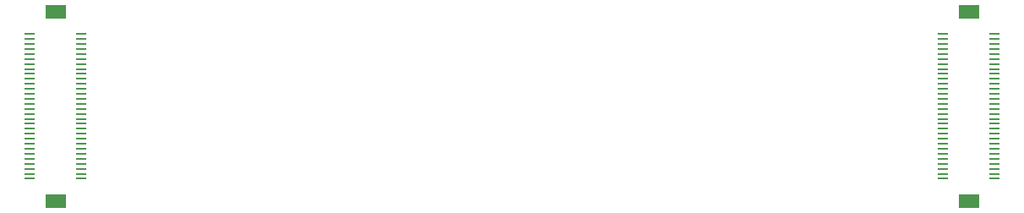
<source format=gbp>
G04 #@! TF.FileFunction,Paste,Bot*
%FSLAX46Y46*%
G04 Gerber Fmt 4.6, Leading zero omitted, Abs format (unit mm)*
G04 Created by KiCad (PCBNEW (2015-04-19 BZR 5613)-product) date 7/11/2015 4:19:31 PM*
%MOMM*%
G01*
G04 APERTURE LIST*
%ADD10C,0.100000*%
%ADD11R,2.049200X1.349200*%
%ADD12R,1.099200X0.199200*%
G04 APERTURE END LIST*
D10*
D11*
X185420000Y-117450000D03*
D12*
X187995000Y-100700000D03*
X187995000Y-101200000D03*
X187995000Y-101700000D03*
X187995000Y-102200000D03*
X187995000Y-102700000D03*
X187995000Y-103200000D03*
X187995000Y-103700000D03*
X187995000Y-104200000D03*
X187995000Y-104700000D03*
X187995000Y-105200000D03*
X187995000Y-105700000D03*
X187995000Y-106200000D03*
X187995000Y-106700000D03*
X187995000Y-107200000D03*
X187995000Y-107700000D03*
X187995000Y-108200000D03*
X187995000Y-108700000D03*
X187995000Y-109200000D03*
X187995000Y-109700000D03*
X187995000Y-110200000D03*
X187995000Y-110700000D03*
X187995000Y-111200000D03*
X187995000Y-111700000D03*
X187995000Y-112200000D03*
X187995000Y-112700000D03*
X187995000Y-113200000D03*
X187995000Y-113700000D03*
X187995000Y-114200000D03*
X187995000Y-114700000D03*
X187995000Y-115200000D03*
X182845000Y-100700000D03*
X182845000Y-101200000D03*
X182845000Y-101700000D03*
X182845000Y-102200000D03*
X182845000Y-102700000D03*
X182845000Y-103200000D03*
X182845000Y-103700000D03*
X182845000Y-104200000D03*
X182845000Y-104700000D03*
X182845000Y-105200000D03*
X182845000Y-105700000D03*
X182845000Y-106200000D03*
X182845000Y-106700000D03*
X182845000Y-107200000D03*
X182845000Y-107700000D03*
X182845000Y-108200000D03*
X182845000Y-108700000D03*
X182845000Y-109200000D03*
X182845000Y-109700000D03*
X182845000Y-110200000D03*
X182845000Y-110700000D03*
X182845000Y-111200000D03*
X182845000Y-111700000D03*
X182845000Y-112200000D03*
X182845000Y-112700000D03*
X182845000Y-113200000D03*
X182845000Y-113700000D03*
X182845000Y-114200000D03*
X182845000Y-114700000D03*
X182845000Y-115200000D03*
D11*
X185420000Y-98450000D03*
X93980000Y-117450000D03*
D12*
X96555000Y-100700000D03*
X96555000Y-101200000D03*
X96555000Y-101700000D03*
X96555000Y-102200000D03*
X96555000Y-102700000D03*
X96555000Y-103200000D03*
X96555000Y-103700000D03*
X96555000Y-104200000D03*
X96555000Y-104700000D03*
X96555000Y-105200000D03*
X96555000Y-105700000D03*
X96555000Y-106200000D03*
X96555000Y-106700000D03*
X96555000Y-107200000D03*
X96555000Y-107700000D03*
X96555000Y-108200000D03*
X96555000Y-108700000D03*
X96555000Y-109200000D03*
X96555000Y-109700000D03*
X96555000Y-110200000D03*
X96555000Y-110700000D03*
X96555000Y-111200000D03*
X96555000Y-111700000D03*
X96555000Y-112200000D03*
X96555000Y-112700000D03*
X96555000Y-113200000D03*
X96555000Y-113700000D03*
X96555000Y-114200000D03*
X96555000Y-114700000D03*
X96555000Y-115200000D03*
X91405000Y-100700000D03*
X91405000Y-101200000D03*
X91405000Y-101700000D03*
X91405000Y-102200000D03*
X91405000Y-102700000D03*
X91405000Y-103200000D03*
X91405000Y-103700000D03*
X91405000Y-104200000D03*
X91405000Y-104700000D03*
X91405000Y-105200000D03*
X91405000Y-105700000D03*
X91405000Y-106200000D03*
X91405000Y-106700000D03*
X91405000Y-107200000D03*
X91405000Y-107700000D03*
X91405000Y-108200000D03*
X91405000Y-108700000D03*
X91405000Y-109200000D03*
X91405000Y-109700000D03*
X91405000Y-110200000D03*
X91405000Y-110700000D03*
X91405000Y-111200000D03*
X91405000Y-111700000D03*
X91405000Y-112200000D03*
X91405000Y-112700000D03*
X91405000Y-113200000D03*
X91405000Y-113700000D03*
X91405000Y-114200000D03*
X91405000Y-114700000D03*
X91405000Y-115200000D03*
D11*
X93980000Y-98450000D03*
M02*

</source>
